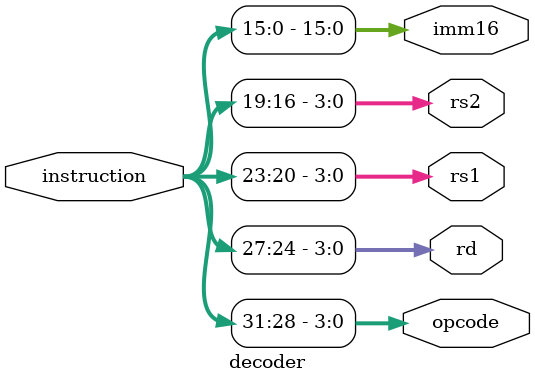
<source format=v>
module decoder (
    input  [31:0] instruction,
    output [3:0]  opcode,
    output [3:0]  rd,
    output [3:0]  rs1,
    output [3:0]  rs2,
    output [15:0] imm16
);
    // opcode field (31:28) now covers MAC4 (1000), CONV3 (1101), SIGMOID (1110), ACC (1111), etc.
    assign opcode = instruction[31:28];
    assign rd     = instruction[27:24];
    assign rs1    = instruction[23:20];
    assign rs2    = instruction[19:16];
    assign imm16  = instruction[15:0];
endmodule

</source>
